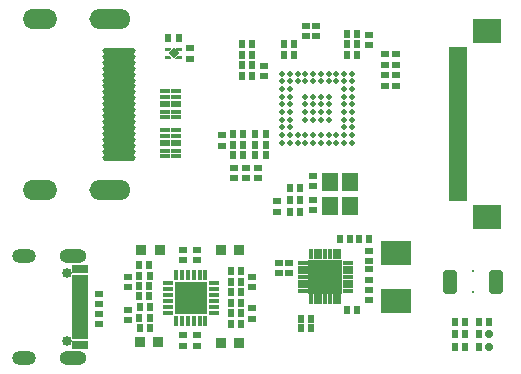
<source format=gts>
G04*
G04 #@! TF.GenerationSoftware,Altium Limited,Altium Designer,21.3.2 (30)*
G04*
G04 Layer_Color=8388736*
%FSLAX44Y44*%
%MOMM*%
G71*
G04*
G04 #@! TF.SameCoordinates,B628278F-7F55-4BD0-9F56-58D37DFBE93C*
G04*
G04*
G04 #@! TF.FilePolarity,Negative*
G04*
G01*
G75*
%ADD20R,0.2000X0.2000*%
%ADD39R,2.4032X2.0032*%
%ADD40R,1.5032X0.5032*%
%ADD41R,0.9652X0.9652*%
G04:AMPARAMS|DCode=42|XSize=1.2192mm|YSize=2.0828mm|CornerRadius=0.3556mm|HoleSize=0mm|Usage=FLASHONLY|Rotation=180.000|XOffset=0mm|YOffset=0mm|HoleType=Round|Shape=RoundedRectangle|*
%AMROUNDEDRECTD42*
21,1,1.2192,1.3716,0,0,180.0*
21,1,0.5080,2.0828,0,0,180.0*
1,1,0.7112,-0.2540,0.6858*
1,1,0.7112,0.2540,0.6858*
1,1,0.7112,0.2540,-0.6858*
1,1,0.7112,-0.2540,-0.6858*
%
%ADD42ROUNDEDRECTD42*%
%ADD43P,0.9662X4X180.0*%
%ADD44R,0.8832X0.4032*%
%ADD45R,0.8832X0.6032*%
%ADD46R,2.9032X2.9032*%
%ADD47R,0.4272X0.8682*%
%ADD48R,0.8682X0.4272*%
%ADD49C,0.5032*%
%ADD50R,2.6032X2.1032*%
G04:AMPARAMS|DCode=51|XSize=2.8032mm|YSize=0.4572mm|CornerRadius=0.1651mm|HoleSize=0mm|Usage=FLASHONLY|Rotation=180.000|XOffset=0mm|YOffset=0mm|HoleType=Round|Shape=RoundedRectangle|*
%AMROUNDEDRECTD51*
21,1,2.8032,0.1270,0,0,180.0*
21,1,2.4730,0.4572,0,0,180.0*
1,1,0.3302,-1.2365,0.0635*
1,1,0.3302,1.2365,0.0635*
1,1,0.3302,1.2365,-0.0635*
1,1,0.3302,-1.2365,-0.0635*
%
%ADD51ROUNDEDRECTD51*%
%ADD52R,1.3532X0.5032*%
%ADD53R,1.3532X0.8032*%
%ADD54R,0.9532X0.4532*%
%ADD55R,0.4532X0.9532*%
%ADD56R,2.8032X2.8032*%
%ADD57R,0.6032X0.7032*%
%ADD58R,1.4032X1.5032*%
%ADD59R,0.7032X0.6032*%
G04:AMPARAMS|DCode=60|XSize=0.6032mm|YSize=0.7032mm|CornerRadius=0mm|HoleSize=0mm|Usage=FLASHONLY|Rotation=0.000|XOffset=0mm|YOffset=0mm|HoleType=Round|Shape=Octagon|*
%AMOCTAGOND60*
4,1,8,-0.1508,0.3516,0.1508,0.3516,0.3016,0.2008,0.3016,-0.2008,0.1508,-0.3516,-0.1508,-0.3516,-0.3016,-0.2008,-0.3016,0.2008,-0.1508,0.3516,0.0*
%
%ADD60OCTAGOND60*%

%ADD61C,0.2032*%
%ADD62O,3.5032X1.7032*%
%ADD63O,2.9032X1.7032*%
%ADD64O,2.3032X1.2032*%
%ADD65O,2.0032X1.2032*%
%ADD66C,0.8532*%
G36*
X124041Y262579D02*
X124090Y262574D01*
X124090Y262574D01*
X124090Y262574D01*
X124133Y262561D01*
X124185Y262545D01*
X124185Y262545D01*
X124185Y262545D01*
X124213Y262530D01*
X124271Y262499D01*
X124271Y262499D01*
X124272Y262499D01*
X124295Y262479D01*
X124347Y262436D01*
X124348Y262436D01*
X124348Y262436D01*
X124391Y262383D01*
X124410Y262360D01*
X124410Y262360D01*
X124410Y262360D01*
X124442Y262301D01*
X124456Y262273D01*
X124456Y262273D01*
X124457Y262273D01*
X124472Y262221D01*
X124485Y262179D01*
Y262179D01*
X124485Y262179D01*
X124490Y262129D01*
X124495Y262081D01*
Y262081D01*
Y262081D01*
X124494Y261581D01*
X124489Y261525D01*
X124485Y261483D01*
X124485Y261483D01*
X124485Y261483D01*
X124467Y261423D01*
X124456Y261389D01*
X124456Y261388D01*
X124456Y261388D01*
X124438Y261355D01*
X124410Y261302D01*
X124410Y261302D01*
X124410Y261301D01*
X124380Y261266D01*
X124347Y261226D01*
X124347Y261226D01*
X124347Y261225D01*
X124347Y261225D01*
X122847Y259726D01*
X122847Y259725D01*
X122816Y259699D01*
X122771Y259663D01*
X122684Y259617D01*
D01*
X122684Y259617D01*
X122590Y259588D01*
X122548Y259584D01*
X122492Y259578D01*
X122489Y259579D01*
X119992D01*
X119894Y259588D01*
X119800Y259617D01*
X119713Y259663D01*
X119637Y259726D01*
X119574Y259802D01*
X119528Y259889D01*
X119499Y259983D01*
X119490Y260081D01*
Y262081D01*
X119499Y262179D01*
X119528Y262273D01*
X119574Y262360D01*
X119637Y262436D01*
X119713Y262499D01*
X119800Y262545D01*
X119894Y262574D01*
X119992Y262583D01*
X123992D01*
X123992D01*
X123993D01*
X124041Y262579D01*
D02*
G37*
G36*
X133094Y262574D02*
X133188Y262545D01*
X133275Y262499D01*
X133351Y262436D01*
X133413Y262360D01*
X133460Y262273D01*
X133488Y262179D01*
X133498Y262081D01*
Y260081D01*
X133488Y259983D01*
X133460Y259889D01*
X133413Y259802D01*
X133351Y259726D01*
X133275Y259663D01*
X133188Y259617D01*
X133094Y259588D01*
X132996Y259579D01*
X130498D01*
X130495Y259578D01*
X130440Y259584D01*
X130397Y259588D01*
X130303Y259617D01*
X130303Y259617D01*
D01*
X130216Y259663D01*
X130172Y259699D01*
X130140Y259725D01*
X130140Y259726D01*
X128640Y261225D01*
X128640Y261226D01*
X128589Y261288D01*
X128578Y261302D01*
X128556Y261342D01*
X128531Y261389D01*
X128503Y261483D01*
X128493Y261581D01*
Y262081D01*
X128503Y262179D01*
X128531Y262273D01*
X128578Y262360D01*
X128640Y262436D01*
X128716Y262499D01*
X128803Y262545D01*
X128897Y262574D01*
X128996Y262583D01*
X132996D01*
X133094Y262574D01*
D02*
G37*
G36*
X122548Y256075D02*
X122590Y256071D01*
X122684Y256042D01*
X122684Y256042D01*
D01*
X122771Y255996D01*
X122815Y255960D01*
X122847Y255934D01*
X122847Y255933D01*
X124347Y254434D01*
X124347Y254433D01*
X124398Y254371D01*
X124410Y254357D01*
X124431Y254317D01*
X124456Y254270D01*
X124485Y254176D01*
X124494Y254078D01*
Y253578D01*
X124485Y253480D01*
X124456Y253386D01*
X124410Y253299D01*
X124347Y253223D01*
X124271Y253160D01*
X124184Y253114D01*
X124090Y253085D01*
X123992Y253076D01*
X119992D01*
X119894Y253085D01*
X119799Y253114D01*
X119713Y253160D01*
X119636Y253223D01*
X119574Y253299D01*
X119528Y253386D01*
X119499Y253480D01*
X119489Y253578D01*
Y255578D01*
X119499Y255676D01*
X119528Y255770D01*
X119574Y255857D01*
X119636Y255933D01*
X119713Y255996D01*
X119799Y256042D01*
X119894Y256071D01*
X119992Y256080D01*
X122489D01*
X122492Y256081D01*
X122548Y256075D01*
D02*
G37*
G36*
X133094Y256071D02*
X133188Y256042D01*
X133275Y255996D01*
X133351Y255933D01*
X133413Y255857D01*
X133460Y255770D01*
X133488Y255676D01*
X133498Y255578D01*
Y253578D01*
X133488Y253480D01*
X133460Y253386D01*
X133413Y253299D01*
X133351Y253223D01*
X133275Y253160D01*
X133188Y253114D01*
X133094Y253085D01*
X132996Y253076D01*
X128496D01*
X128495Y253076D01*
X128446Y253081D01*
X128397Y253085D01*
X128325Y253107D01*
X128303Y253114D01*
X128216Y253160D01*
X128140Y253223D01*
X128078Y253299D01*
X128031Y253386D01*
X128025Y253408D01*
X128003Y253480D01*
X127998Y253529D01*
X127993Y253578D01*
X127998Y253627D01*
X128003Y253676D01*
X128025Y253748D01*
X128031Y253770D01*
X128078Y253857D01*
X128140Y253933D01*
X128640Y254433D01*
X128640Y254433D01*
X130140Y255933D01*
X130140Y255933D01*
X130216Y255996D01*
X130303Y256042D01*
X130397Y256071D01*
X130495Y256080D01*
X132996D01*
X133094Y256071D01*
D02*
G37*
D20*
X121294Y254580D02*
D03*
Y261080D02*
D03*
X131694Y254580D02*
D03*
Y261081D02*
D03*
D39*
X391924Y119139D02*
D03*
X391924Y277140D02*
D03*
D40*
X366954Y175639D02*
D03*
Y170639D02*
D03*
Y180639D02*
D03*
Y185639D02*
D03*
Y190639D02*
D03*
Y195639D02*
D03*
Y200639D02*
D03*
Y205639D02*
D03*
Y210639D02*
D03*
Y215639D02*
D03*
Y220639D02*
D03*
Y225639D02*
D03*
Y230639D02*
D03*
Y235639D02*
D03*
Y240639D02*
D03*
Y245639D02*
D03*
Y250639D02*
D03*
Y255639D02*
D03*
Y260639D02*
D03*
Y135639D02*
D03*
Y140639D02*
D03*
Y145639D02*
D03*
Y150639D02*
D03*
Y155639D02*
D03*
Y160639D02*
D03*
Y165639D02*
D03*
D41*
X181825Y12389D02*
D03*
X166285D02*
D03*
X114513Y91130D02*
D03*
X98973D02*
D03*
X181825D02*
D03*
X166285D02*
D03*
X113243Y13659D02*
D03*
X97703D02*
D03*
D42*
X360087Y64460D02*
D03*
X399711D02*
D03*
D43*
X126494Y257829D02*
D03*
D44*
X119554Y225650D02*
D03*
Y220653D02*
D03*
X119556Y208650D02*
D03*
X119553Y203650D02*
D03*
X128352D02*
D03*
Y208650D02*
D03*
X128354Y220653D02*
D03*
Y225650D02*
D03*
X119554Y192630D02*
D03*
Y187633D02*
D03*
X119556Y175630D02*
D03*
X119553Y170630D02*
D03*
X128352D02*
D03*
Y175630D02*
D03*
X128354Y187633D02*
D03*
Y192630D02*
D03*
D45*
X119554Y214650D02*
D03*
X128353D02*
D03*
X119554Y181630D02*
D03*
X128353D02*
D03*
D46*
X254764Y68600D02*
D03*
D47*
X266764Y49525D02*
D03*
X262764D02*
D03*
X258764D02*
D03*
X254764D02*
D03*
X250764D02*
D03*
X246764D02*
D03*
X242764D02*
D03*
Y87675D02*
D03*
X246764D02*
D03*
X250764D02*
D03*
X254764D02*
D03*
X258764D02*
D03*
X262764D02*
D03*
X266764D02*
D03*
D48*
X235689Y56600D02*
D03*
Y60600D02*
D03*
Y64600D02*
D03*
Y68600D02*
D03*
Y72600D02*
D03*
Y76599D02*
D03*
Y80599D02*
D03*
X273839D02*
D03*
Y76599D02*
D03*
Y72600D02*
D03*
Y68600D02*
D03*
Y64600D02*
D03*
Y60600D02*
D03*
Y56600D02*
D03*
D49*
X218604Y240650D02*
D03*
X225104D02*
D03*
X231604D02*
D03*
X238104D02*
D03*
X244604D02*
D03*
X251104D02*
D03*
X257604D02*
D03*
X264104D02*
D03*
X270604D02*
D03*
X277104D02*
D03*
X218604Y234150D02*
D03*
X225104D02*
D03*
X231604D02*
D03*
X238104D02*
D03*
X244604D02*
D03*
X251104D02*
D03*
X257604D02*
D03*
X264104D02*
D03*
X270604D02*
D03*
X277104D02*
D03*
X218604Y227650D02*
D03*
X225104D02*
D03*
X270604D02*
D03*
X277104D02*
D03*
X218604Y221150D02*
D03*
X225104D02*
D03*
X238104D02*
D03*
X244604D02*
D03*
X251104D02*
D03*
X257604D02*
D03*
X270604D02*
D03*
X277104D02*
D03*
X218604Y214650D02*
D03*
X225104D02*
D03*
X238104D02*
D03*
X244604D02*
D03*
X251104D02*
D03*
X257604D02*
D03*
X270604D02*
D03*
X277104D02*
D03*
X218604Y208150D02*
D03*
X225104D02*
D03*
X238104D02*
D03*
X244604D02*
D03*
X251104D02*
D03*
X257604D02*
D03*
X270604D02*
D03*
X277104D02*
D03*
X218604Y201650D02*
D03*
X225104D02*
D03*
X238104D02*
D03*
X244604D02*
D03*
X251104D02*
D03*
X257604D02*
D03*
X270604D02*
D03*
X277104D02*
D03*
X218604Y195150D02*
D03*
X225104D02*
D03*
X270604D02*
D03*
X277104D02*
D03*
X218604Y188650D02*
D03*
X225104D02*
D03*
X231604D02*
D03*
X238104D02*
D03*
X244604D02*
D03*
X251104D02*
D03*
X257604D02*
D03*
X264104D02*
D03*
X270604D02*
D03*
X277104D02*
D03*
X218604Y182150D02*
D03*
X225104D02*
D03*
X231604D02*
D03*
X238104D02*
D03*
X244604D02*
D03*
X251104D02*
D03*
X257604D02*
D03*
X264104D02*
D03*
X270604D02*
D03*
X277104D02*
D03*
D50*
X315009Y89100D02*
D03*
X315009Y48099D02*
D03*
D51*
X80394Y259862D02*
D03*
Y254782D02*
D03*
Y249702D02*
D03*
Y244876D02*
D03*
Y239796D02*
D03*
Y234716D02*
D03*
Y229890D02*
D03*
Y224810D02*
D03*
Y219730D02*
D03*
Y214650D02*
D03*
Y209650D02*
D03*
Y204650D02*
D03*
Y199650D02*
D03*
Y194650D02*
D03*
Y189650D02*
D03*
Y184650D02*
D03*
Y179650D02*
D03*
Y174650D02*
D03*
Y169650D02*
D03*
D52*
X47248Y60700D02*
D03*
Y55700D02*
D03*
Y50700D02*
D03*
Y45700D02*
D03*
Y40700D02*
D03*
Y35700D02*
D03*
Y30700D02*
D03*
Y25700D02*
D03*
D53*
Y19200D02*
D03*
Y11200D02*
D03*
Y67200D02*
D03*
Y75200D02*
D03*
D54*
X121414Y63439D02*
D03*
Y58440D02*
D03*
Y53440D02*
D03*
Y48440D02*
D03*
Y43440D02*
D03*
Y38440D02*
D03*
X160414D02*
D03*
Y43440D02*
D03*
Y48440D02*
D03*
Y53440D02*
D03*
Y58440D02*
D03*
Y63439D02*
D03*
D55*
X128414Y31440D02*
D03*
X133414D02*
D03*
X138414D02*
D03*
X143414D02*
D03*
X148414D02*
D03*
X153414D02*
D03*
Y70440D02*
D03*
X148414D02*
D03*
X143414D02*
D03*
X138414D02*
D03*
X133414D02*
D03*
X128414D02*
D03*
D56*
X140914Y50939D02*
D03*
D57*
X243104Y33040D02*
D03*
X234604D02*
D03*
X243104Y25090D02*
D03*
X234604D02*
D03*
X130994Y270530D02*
D03*
X121994Y270530D02*
D03*
X106164Y42870D02*
D03*
X97664D02*
D03*
X174884Y55570D02*
D03*
X183384D02*
D03*
X97664Y25090D02*
D03*
X106164D02*
D03*
X183384Y73350D02*
D03*
X174884D02*
D03*
X105914Y60650D02*
D03*
X97414D02*
D03*
X174884Y46680D02*
D03*
X183384D02*
D03*
X97414Y78430D02*
D03*
X105914D02*
D03*
X183384Y28900D02*
D03*
X174884D02*
D03*
X97044Y52210D02*
D03*
X106043Y52209D02*
D03*
X106164Y33980D02*
D03*
X97165Y33980D02*
D03*
X174634Y64460D02*
D03*
X183633Y64459D02*
D03*
X106164Y69540D02*
D03*
X97165Y69540D02*
D03*
X174634Y37790D02*
D03*
X183633Y37789D02*
D03*
X275524Y100350D02*
D03*
X267024D02*
D03*
X283534Y100350D02*
D03*
X292034D02*
D03*
X273374Y40660D02*
D03*
X281874Y40660D02*
D03*
X282123Y256559D02*
D03*
X273124Y256560D02*
D03*
X282123Y265449D02*
D03*
X273124Y265450D02*
D03*
X282123Y274339D02*
D03*
X273124Y274340D02*
D03*
X373314Y20340D02*
D03*
X364814D02*
D03*
X193223Y238779D02*
D03*
X184224Y238780D02*
D03*
X184225Y265450D02*
D03*
X193224Y265450D02*
D03*
X193223Y247669D02*
D03*
X184224Y247670D02*
D03*
X193223Y256559D02*
D03*
X184224Y256560D02*
D03*
X185603Y189249D02*
D03*
X176604Y189250D02*
D03*
X185603Y171469D02*
D03*
X176604Y171470D02*
D03*
X185603Y180359D02*
D03*
X176604Y180359D02*
D03*
X385134Y20340D02*
D03*
X233863Y123209D02*
D03*
X224864Y123210D02*
D03*
X233863Y133369D02*
D03*
X224864Y133370D02*
D03*
X233863Y143529D02*
D03*
X224864Y143530D02*
D03*
X364814Y30500D02*
D03*
X373314Y30499D02*
D03*
X393883Y30499D02*
D03*
X384884Y30500D02*
D03*
X220034Y265450D02*
D03*
X228534D02*
D03*
X220034Y256560D02*
D03*
X228534D02*
D03*
X385134Y8910D02*
D03*
X373314D02*
D03*
X364814Y8910D02*
D03*
X204653Y189249D02*
D03*
X195654Y189250D02*
D03*
X195655Y180360D02*
D03*
X204654Y180360D02*
D03*
X204653Y171469D02*
D03*
X195654Y171470D02*
D03*
D58*
X275574Y128290D02*
D03*
Y149290D02*
D03*
X258574D02*
D03*
Y128290D02*
D03*
D59*
X187454Y160480D02*
D03*
Y151980D02*
D03*
X140464Y253041D02*
D03*
X140464Y262040D02*
D03*
X87694Y41020D02*
D03*
X87693Y32020D02*
D03*
X134684Y10430D02*
D03*
X134685Y19429D02*
D03*
X193104Y59960D02*
D03*
X193105Y68959D02*
D03*
X146115Y91820D02*
D03*
X146114Y82820D02*
D03*
X87694Y59960D02*
D03*
X87695Y68959D02*
D03*
X134685Y91820D02*
D03*
X134684Y82820D02*
D03*
X193104Y42290D02*
D03*
X193103Y33290D02*
D03*
X146114Y10430D02*
D03*
X146115Y19429D02*
D03*
X292150Y65950D02*
D03*
X292150Y74949D02*
D03*
X292150Y90880D02*
D03*
X292149Y81880D02*
D03*
X197614Y160480D02*
D03*
Y151980D02*
D03*
X292150Y57860D02*
D03*
X292149Y48860D02*
D03*
X224284Y71719D02*
D03*
X224285Y80719D02*
D03*
X314455Y239469D02*
D03*
X314454Y230469D02*
D03*
X305563Y248250D02*
D03*
X305564Y257250D02*
D03*
X305565Y239469D02*
D03*
X305564Y230469D02*
D03*
X314455Y257249D02*
D03*
X314454Y248249D02*
D03*
X291593Y264760D02*
D03*
X291594Y273760D02*
D03*
X167135Y188669D02*
D03*
X167134Y179670D02*
D03*
X214123Y123790D02*
D03*
X214124Y132789D02*
D03*
X202694Y246840D02*
D03*
Y238340D02*
D03*
X238254Y272630D02*
D03*
Y281130D02*
D03*
X215395Y80719D02*
D03*
X215394Y71720D02*
D03*
X247144Y272630D02*
D03*
Y281130D02*
D03*
X177294Y151980D02*
D03*
Y160480D02*
D03*
X244604Y154130D02*
D03*
Y145630D02*
D03*
X62994Y53800D02*
D03*
Y45300D02*
D03*
Y28790D02*
D03*
Y37290D02*
D03*
X244605Y134059D02*
D03*
X244604Y125060D02*
D03*
D60*
X393634Y20340D02*
D03*
X393634Y8910D02*
D03*
D61*
X379899Y55570D02*
D03*
Y73350D02*
D03*
D62*
X72894Y287150D02*
D03*
Y142150D02*
D03*
D63*
X13294Y287150D02*
D03*
Y142150D02*
D03*
D64*
X41498Y86399D02*
D03*
X41498Y-2D02*
D03*
D65*
X-0Y86401D02*
D03*
X0Y0D02*
D03*
D66*
X36499Y72099D02*
D03*
Y14299D02*
D03*
M02*

</source>
